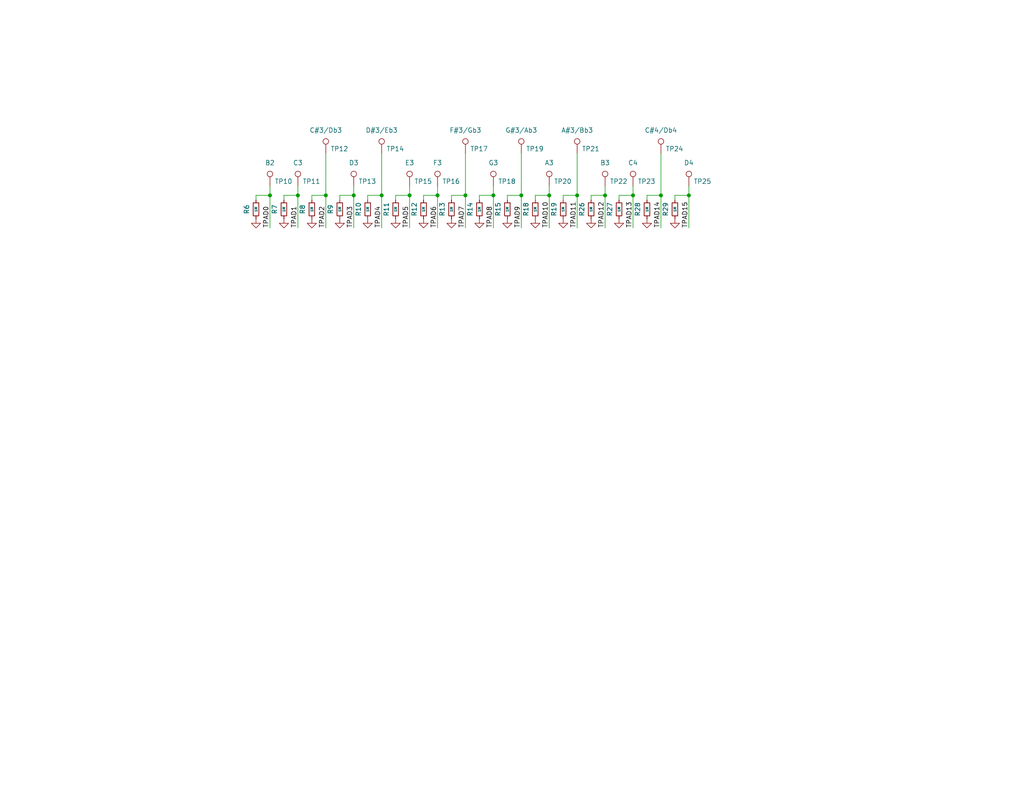
<source format=kicad_sch>
(kicad_sch (version 20231120) (generator "eeschema") (generator_version "8.0")
  (paper "A")
  (title_block (title "pico_synth_sandbox - Touch Keyboard") (date "2024-09-08") (rev "3") (comment 3 "pico-synth-sandbox.dcdalrymple.com") (comment 4 "D Cooper Dalrymple"))
  (lib_symbols
    (symbol "Connector:TestPoint" (pin_numbers hide) (pin_names (offset 0.762) hide)
      (property "Reference" "TP" (at 0 6.858 0))
      (property "Value" "TestPoint" (at 0 5.08 0))
      (symbol "TestPoint_0_1"
        (circle (center 0 3.302) (radius 0.762))
      )
      (symbol "TestPoint_1_1"
        (pin passive line (at 0 0 90) (length 2.54) (name "1") (number "1"))
      )
    )
    (symbol "Device:R_Small" (pin_numbers hide) (pin_names (offset 0.254) hide)
      (property "Reference" "R" (at 0.762 0.508 0))
      (property "Value" "R_Small" (at 0.762 -1.016 0))
      (symbol "R_Small_0_1"
        (rectangle (start -0.762 1.778) (end 0.762 -1.778) (stroke (width 0.2032)))
      )
      (symbol "R_Small_1_1"
        (pin passive line (at 0 2.54 270) (length 0.762) (name "~") (number "1"))
        (pin passive line (at 0 -2.54 90) (length 0.762) (name "~") (number "2"))
      )
    )
    (symbol "power:GND" (power) (pin_numbers hide) (pin_names (offset 0) hide)
      (property "Value" "GND" (at 0 -3.81 0))
      (symbol "GND_0_1"
        (polyline (pts (xy 0 0) (xy 0 -1.27) (xy 1.27 -1.27) (xy 0 -2.54) (xy -1.27 -1.27) (xy 0 -1.27)))
      )
      (symbol "GND_1_1"
        (pin power_in line (at 0 0 270) (length 0) (name "~") (number "1"))
      )
    )
  )
  (junction (at 111.76 53.34))
  (junction (at 187.96 53.34))
  (junction (at 127 53.34))
  (junction (at 157.48 53.34))
  (junction (at 149.86 53.34))
  (junction (at 104.14 53.34))
  (junction (at 180.34 53.34))
  (junction (at 88.9 53.34))
  (junction (at 134.62 53.34))
  (junction (at 81.28 53.34))
  (junction (at 172.72 53.34))
  (junction (at 165.1 53.34))
  (junction (at 142.24 53.34))
  (junction (at 119.38 53.34))
  (junction (at 73.66 53.34))
  (junction (at 96.52 53.34))
  (wire (pts (xy 100.33 53.34) (xy 104.14 53.34)))
  (wire (pts (xy 115.57 53.34) (xy 119.38 53.34)))
  (wire (pts (xy 134.62 53.34) (xy 134.62 62.23)))
  (wire (pts (xy 81.28 53.34) (xy 81.28 62.23)))
  (wire (pts (xy 127 53.34) (xy 127 62.23)))
  (wire (pts (xy 100.33 54.61) (xy 100.33 53.34)))
  (wire (pts (xy 88.9 41.91) (xy 88.9 53.34)))
  (wire (pts (xy 165.1 53.34) (xy 165.1 62.23)))
  (wire (pts (xy 146.05 54.61) (xy 146.05 53.34)))
  (wire (pts (xy 73.66 53.34) (xy 73.66 62.23)))
  (wire (pts (xy 142.24 41.91) (xy 142.24 53.34)))
  (wire (pts (xy 123.19 53.34) (xy 127 53.34)))
  (wire (pts (xy 107.95 53.34) (xy 111.76 53.34)))
  (wire (pts (xy 96.52 50.8) (xy 96.52 53.34)))
  (wire (pts (xy 149.86 50.8) (xy 149.86 53.34)))
  (wire (pts (xy 119.38 53.34) (xy 119.38 62.23)))
  (wire (pts (xy 161.29 53.34) (xy 165.1 53.34)))
  (wire (pts (xy 184.15 53.34) (xy 187.96 53.34)))
  (wire (pts (xy 146.05 53.34) (xy 149.86 53.34)))
  (wire (pts (xy 130.81 54.61) (xy 130.81 53.34)))
  (wire (pts (xy 130.81 53.34) (xy 134.62 53.34)))
  (wire (pts (xy 88.9 53.34) (xy 88.9 62.23)))
  (wire (pts (xy 85.09 53.34) (xy 88.9 53.34)))
  (wire (pts (xy 134.62 50.8) (xy 134.62 53.34)))
  (wire (pts (xy 168.91 53.34) (xy 172.72 53.34)))
  (wire (pts (xy 184.15 54.61) (xy 184.15 53.34)))
  (wire (pts (xy 104.14 53.34) (xy 104.14 62.23)))
  (wire (pts (xy 119.38 50.8) (xy 119.38 53.34)))
  (wire (pts (xy 123.19 54.61) (xy 123.19 53.34)))
  (wire (pts (xy 180.34 41.91) (xy 180.34 53.34)))
  (wire (pts (xy 111.76 50.8) (xy 111.76 53.34)))
  (wire (pts (xy 85.09 54.61) (xy 85.09 53.34)))
  (wire (pts (xy 69.85 53.34) (xy 73.66 53.34)))
  (wire (pts (xy 187.96 50.8) (xy 187.96 53.34)))
  (wire (pts (xy 107.95 54.61) (xy 107.95 53.34)))
  (wire (pts (xy 92.71 54.61) (xy 92.71 53.34)))
  (wire (pts (xy 73.66 50.8) (xy 73.66 53.34)))
  (wire (pts (xy 187.96 53.34) (xy 187.96 62.23)))
  (wire (pts (xy 138.43 54.61) (xy 138.43 53.34)))
  (wire (pts (xy 172.72 50.8) (xy 172.72 53.34)))
  (wire (pts (xy 180.34 53.34) (xy 180.34 62.23)))
  (wire (pts (xy 157.48 53.34) (xy 157.48 62.23)))
  (wire (pts (xy 165.1 50.8) (xy 165.1 53.34)))
  (wire (pts (xy 153.67 54.61) (xy 153.67 53.34)))
  (wire (pts (xy 142.24 53.34) (xy 142.24 62.23)))
  (wire (pts (xy 81.28 50.8) (xy 81.28 53.34)))
  (wire (pts (xy 161.29 54.61) (xy 161.29 53.34)))
  (wire (pts (xy 96.52 53.34) (xy 96.52 62.23)))
  (wire (pts (xy 176.53 53.34) (xy 180.34 53.34)))
  (wire (pts (xy 157.48 41.91) (xy 157.48 53.34)))
  (wire (pts (xy 149.86 53.34) (xy 149.86 62.23)))
  (wire (pts (xy 172.72 53.34) (xy 172.72 62.23)))
  (wire (pts (xy 92.71 53.34) (xy 96.52 53.34)))
  (wire (pts (xy 168.91 54.61) (xy 168.91 53.34)))
  (wire (pts (xy 115.57 54.61) (xy 115.57 53.34)))
  (wire (pts (xy 176.53 54.61) (xy 176.53 53.34)))
  (wire (pts (xy 153.67 53.34) (xy 157.48 53.34)))
  (wire (pts (xy 138.43 53.34) (xy 142.24 53.34)))
  (wire (pts (xy 111.76 53.34) (xy 111.76 62.23)))
  (wire (pts (xy 69.85 54.61) (xy 69.85 53.34)))
  (wire (pts (xy 104.14 41.91) (xy 104.14 53.34)))
  (wire (pts (xy 127 41.91) (xy 127 53.34)))
  (wire (pts (xy 77.47 54.61) (xy 77.47 53.34)))
  (wire (pts (xy 77.47 53.34) (xy 81.28 53.34)))
  (label "TPAD0" (at 73.66 62.23 90))
  (label "TPAD4" (at 104.14 62.23 90))
  (label "TPAD13" (at 172.72 62.23 90))
  (label "TPAD9" (at 142.24 62.23 90))
  (label "TPAD2" (at 88.9 62.23 90))
  (label "TPAD8" (at 134.62 62.23 90))
  (label "TPAD15" (at 187.96 62.23 90))
  (label "TPAD7" (at 127 62.23 90))
  (label "TPAD11" (at 157.48 62.23 90))
  (label "TPAD5" (at 111.76 62.23 90))
  (label "TPAD12" (at 165.1 62.23 90))
  (label "TPAD1" (at 81.28 62.23 90))
  (label "TPAD3" (at 96.52 62.23 90))
  (label "TPAD6" (at 119.38 62.23 90))
  (label "TPAD14" (at 180.34 62.23 90))
  (label "TPAD10" (at 149.86 62.23 90))
  (symbol (lib_id "Connector:TestPoint") (at 149.86 50.8 0) (mirror y) (unit 1)
    (property "Reference" "TP20" (at 151.13 49.53 0) (effects (justify right)))
    (property "Value" "A3" (at 149.86 44.45 0))
    (property "Footprint" "pico_synth_sandbox:CapKeysWhiteMiddle" (effects (hide yes)))
  )
  (symbol (lib_id "power:GND") (at 146.05 59.69 0) (unit 1)
    (property "Reference" "#PWR059" (effects (hide yes)))
    (property "Value" "GND" (effects (hide yes)))
    (property "Description" "Power symbol creates a global label with name \"GND\" , ground" (effects (hide yes)))
  )
  (symbol (lib_id "power:GND") (at 100.33 59.69 0) (unit 1)
    (property "Reference" "#PWR053" (effects (hide yes)))
    (property "Value" "GND" (effects (hide yes)))
    (property "Description" "Power symbol creates a global label with name \"GND\" , ground" (effects (hide yes)))
  )
  (symbol (lib_id "Connector:TestPoint") (at 157.48 41.91 0) (mirror y) (unit 1)
    (property "Reference" "TP21" (at 158.75 40.64 0) (effects (justify right)))
    (property "Value" "A#3/Bb3" (at 157.48 35.56 0))
    (property "Footprint" "pico_synth_sandbox:CapKeysBlack" (effects (hide yes)))
  )
  (symbol (lib_id "Connector:TestPoint") (at 172.72 50.8 0) (mirror y) (unit 1)
    (property "Reference" "TP23" (at 173.99 49.53 0) (effects (justify right)))
    (property "Value" "C4" (at 172.72 44.45 0))
    (property "Footprint" "pico_synth_sandbox:CapKeysWhiteLeft" (effects (hide yes)))
  )
  (symbol (lib_id "Connector:TestPoint") (at 142.24 41.91 0) (mirror y) (unit 1)
    (property "Reference" "TP19" (at 143.51 40.64 0) (effects (justify right)))
    (property "Value" "G#3/Ab3" (at 142.24 35.56 0))
    (property "Footprint" "pico_synth_sandbox:CapKeysBlack" (effects (hide yes)))
  )
  (symbol (lib_id "Connector:TestPoint") (at 119.38 50.8 0) (mirror y) (unit 1)
    (property "Reference" "TP16" (at 120.65 49.53 0) (effects (justify right)))
    (property "Value" "F3" (at 119.38 44.45 0))
    (property "Footprint" "pico_synth_sandbox:CapKeysWhiteLeft" (effects (hide yes)))
  )
  (symbol (lib_id "Device:R_Small") (at 138.43 57.15 0) (mirror x) (unit 1)
    (property "Reference" "R15" (at 135.89 57.15 90))
    (property "Value" "1M" (at 138.43 57.15 90) (effects (font (size 0.635 0.635))))
    (property "Description" "Resistor, small symbol" (effects (hide yes)))
  )
  (symbol (lib_id "Device:R_Small") (at 161.29 57.15 0) (mirror x) (unit 1)
    (property "Reference" "R26" (at 158.75 57.15 90))
    (property "Value" "1M" (at 161.29 57.15 90) (effects (font (size 0.635 0.635))))
    (property "Description" "Resistor, small symbol" (effects (hide yes)))
  )
  (symbol (lib_id "power:GND") (at 77.47 59.69 0) (unit 1)
    (property "Reference" "#PWR050" (effects (hide yes)))
    (property "Value" "GND" (effects (hide yes)))
    (property "Description" "Power symbol creates a global label with name \"GND\" , ground" (effects (hide yes)))
  )
  (symbol (lib_id "Connector:TestPoint") (at 88.9 41.91 0) (mirror y) (unit 1)
    (property "Reference" "TP12" (at 90.17 40.64 0) (effects (justify right)))
    (property "Value" "C#3/Db3" (at 88.9 35.56 0))
    (property "Footprint" "pico_synth_sandbox:CapKeysBlack" (effects (hide yes)))
  )
  (symbol (lib_id "Device:R_Small") (at 115.57 57.15 0) (mirror x) (unit 1)
    (property "Reference" "R12" (at 113.03 57.15 90))
    (property "Value" "1M" (at 115.57 57.15 90) (effects (font (size 0.635 0.635))))
    (property "Description" "Resistor, small symbol" (effects (hide yes)))
  )
  (symbol (lib_id "power:GND") (at 115.57 59.69 0) (unit 1)
    (property "Reference" "#PWR055" (effects (hide yes)))
    (property "Value" "GND" (effects (hide yes)))
    (property "Description" "Power symbol creates a global label with name \"GND\" , ground" (effects (hide yes)))
  )
  (symbol (lib_id "Device:R_Small") (at 168.91 57.15 0) (mirror x) (unit 1)
    (property "Reference" "R27" (at 166.37 57.15 90))
    (property "Value" "1M" (at 168.91 57.15 90) (effects (font (size 0.635 0.635))))
    (property "Description" "Resistor, small symbol" (effects (hide yes)))
  )
  (symbol (lib_id "Device:R_Small") (at 77.47 57.15 0) (mirror x) (unit 1)
    (property "Reference" "R7" (at 74.93 57.15 90))
    (property "Value" "1M" (at 77.47 57.15 90) (effects (font (size 0.635 0.635))))
    (property "Description" "Resistor, small symbol" (effects (hide yes)))
  )
  (symbol (lib_id "Connector:TestPoint") (at 104.14 41.91 0) (mirror y) (unit 1)
    (property "Reference" "TP14" (at 105.41 40.64 0) (effects (justify right)))
    (property "Value" "D#3/Eb3" (at 104.14 35.56 0))
    (property "Footprint" "pico_synth_sandbox:CapKeysBlack" (effects (hide yes)))
  )
  (symbol (lib_id "Device:R_Small") (at 176.53 57.15 0) (mirror x) (unit 1)
    (property "Reference" "R28" (at 173.99 57.15 90))
    (property "Value" "1M" (at 176.53 57.15 90) (effects (font (size 0.635 0.635))))
    (property "Description" "Resistor, small symbol" (effects (hide yes)))
  )
  (symbol (lib_id "Connector:TestPoint") (at 81.28 50.8 0) (mirror y) (unit 1)
    (property "Reference" "TP11" (at 82.55 49.53 0) (effects (justify right)))
    (property "Value" "C3" (at 81.28 44.45 0))
    (property "Footprint" "pico_synth_sandbox:CapKeysWhiteLeft" (effects (hide yes)))
  )
  (symbol (lib_id "Device:R_Small") (at 85.09 57.15 0) (mirror x) (unit 1)
    (property "Reference" "R8" (at 82.55 57.15 90))
    (property "Value" "1M" (at 85.09 57.15 90) (effects (font (size 0.635 0.635))))
    (property "Description" "Resistor, small symbol" (effects (hide yes)))
  )
  (symbol (lib_id "power:GND") (at 184.15 59.69 0) (unit 1)
    (property "Reference" "#PWR062" (effects (hide yes)))
    (property "Value" "GND" (effects (hide yes)))
    (property "Description" "Power symbol creates a global label with name \"GND\" , ground" (effects (hide yes)))
  )
  (symbol (lib_id "power:GND") (at 176.53 59.69 0) (unit 1)
    (property "Reference" "#PWR064" (effects (hide yes)))
    (property "Value" "GND" (effects (hide yes)))
    (property "Description" "Power symbol creates a global label with name \"GND\" , ground" (effects (hide yes)))
  )
  (symbol (lib_id "Connector:TestPoint") (at 96.52 50.8 0) (mirror y) (unit 1)
    (property "Reference" "TP13" (at 97.79 49.53 0) (effects (justify right)))
    (property "Value" "D3" (at 96.52 44.45 0))
    (property "Footprint" "pico_synth_sandbox:CapKeysWhiteMiddle" (effects (hide yes)))
  )
  (symbol (lib_id "Device:R_Small") (at 107.95 57.15 0) (mirror x) (unit 1)
    (property "Reference" "R11" (at 105.41 57.15 90))
    (property "Value" "1M" (at 107.95 57.15 90) (effects (font (size 0.635 0.635))))
    (property "Description" "Resistor, small symbol" (effects (hide yes)))
  )
  (symbol (lib_id "Connector:TestPoint") (at 73.66 50.8 0) (mirror y) (unit 1)
    (property "Reference" "TP10" (at 74.93 49.53 0) (effects (justify right)))
    (property "Value" "B2" (at 73.66 44.45 0))
    (property "Footprint" "pico_synth_sandbox:CapKeysWhite" (effects (hide yes)))
  )
  (symbol (lib_id "power:GND") (at 123.19 59.69 0) (unit 1)
    (property "Reference" "#PWR056" (effects (hide yes)))
    (property "Value" "GND" (effects (hide yes)))
    (property "Description" "Power symbol creates a global label with name \"GND\" , ground" (effects (hide yes)))
  )
  (symbol (lib_id "Device:R_Small") (at 184.15 57.15 0) (mirror x) (unit 1)
    (property "Reference" "R29" (at 181.61 57.15 90))
    (property "Value" "1M" (at 184.15 57.15 90) (effects (font (size 0.635 0.635))))
    (property "Description" "Resistor, small symbol" (effects (hide yes)))
  )
  (symbol (lib_id "power:GND") (at 92.71 59.69 0) (unit 1)
    (property "Reference" "#PWR052" (effects (hide yes)))
    (property "Value" "GND" (effects (hide yes)))
    (property "Description" "Power symbol creates a global label with name \"GND\" , ground" (effects (hide yes)))
  )
  (symbol (lib_id "power:GND") (at 85.09 59.69 0) (unit 1)
    (property "Reference" "#PWR051" (effects (hide yes)))
    (property "Value" "GND" (effects (hide yes)))
    (property "Description" "Power symbol creates a global label with name \"GND\" , ground" (effects (hide yes)))
  )
  (symbol (lib_id "Device:R_Small") (at 153.67 57.15 0) (mirror x) (unit 1)
    (property "Reference" "R19" (at 151.13 57.15 90))
    (property "Value" "1M" (at 153.67 57.15 90) (effects (font (size 0.635 0.635))))
    (property "Description" "Resistor, small symbol" (effects (hide yes)))
  )
  (symbol (lib_id "Device:R_Small") (at 123.19 57.15 0) (mirror x) (unit 1)
    (property "Reference" "R13" (at 120.65 57.15 90))
    (property "Value" "1M" (at 123.19 57.15 90) (effects (font (size 0.635 0.635))))
    (property "Description" "Resistor, small symbol" (effects (hide yes)))
  )
  (symbol (lib_id "power:GND") (at 161.29 59.69 0) (unit 1)
    (property "Reference" "#PWR066" (effects (hide yes)))
    (property "Value" "GND" (effects (hide yes)))
    (property "Description" "Power symbol creates a global label with name \"GND\" , ground" (effects (hide yes)))
  )
  (symbol (lib_id "Connector:TestPoint") (at 134.62 50.8 0) (mirror y) (unit 1)
    (property "Reference" "TP18" (at 135.89 49.53 0) (effects (justify right)))
    (property "Value" "G3" (at 134.62 44.45 0))
    (property "Footprint" "pico_synth_sandbox:CapKeysWhiteMiddle" (effects (hide yes)))
  )
  (symbol (lib_id "power:GND") (at 153.67 59.69 0) (unit 1)
    (property "Reference" "#PWR061" (effects (hide yes)))
    (property "Value" "GND" (effects (hide yes)))
    (property "Description" "Power symbol creates a global label with name \"GND\" , ground" (effects (hide yes)))
  )
  (symbol (lib_id "power:GND") (at 107.95 59.69 0) (unit 1)
    (property "Reference" "#PWR054" (effects (hide yes)))
    (property "Value" "GND" (effects (hide yes)))
    (property "Description" "Power symbol creates a global label with name \"GND\" , ground" (effects (hide yes)))
  )
  (symbol (lib_id "power:GND") (at 69.85 59.69 0) (unit 1)
    (property "Reference" "#PWR049" (effects (hide yes)))
    (property "Value" "GND" (effects (hide yes)))
    (property "Description" "Power symbol creates a global label with name \"GND\" , ground" (effects (hide yes)))
  )
  (symbol (lib_id "Connector:TestPoint") (at 187.96 50.8 0) (mirror y) (unit 1)
    (property "Reference" "TP25" (at 189.23 49.53 0) (effects (justify right)))
    (property "Value" "D4" (at 187.96 44.45 0))
    (property "Footprint" "pico_synth_sandbox:CapKeysWhiteRight" (effects (hide yes)))
  )
  (symbol (lib_id "power:GND") (at 130.81 59.69 0) (unit 1)
    (property "Reference" "#PWR057" (effects (hide yes)))
    (property "Value" "GND" (effects (hide yes)))
    (property "Description" "Power symbol creates a global label with name \"GND\" , ground" (effects (hide yes)))
  )
  (symbol (lib_id "Device:R_Small") (at 130.81 57.15 0) (mirror x) (unit 1)
    (property "Reference" "R14" (at 128.27 57.15 90))
    (property "Value" "1M" (at 130.81 57.15 90) (effects (font (size 0.635 0.635))))
    (property "Description" "Resistor, small symbol" (effects (hide yes)))
  )
  (symbol (lib_id "Device:R_Small") (at 69.85 57.15 0) (mirror x) (unit 1)
    (property "Reference" "R6" (at 67.31 57.15 90))
    (property "Value" "1M" (at 69.85 57.15 90) (effects (font (size 0.635 0.635))))
    (property "Description" "Resistor, small symbol" (effects (hide yes)))
  )
  (symbol (lib_id "Connector:TestPoint") (at 127 41.91 0) (mirror y) (unit 1)
    (property "Reference" "TP17" (at 128.27 40.64 0) (effects (justify right)))
    (property "Value" "F#3/Gb3" (at 127 35.56 0))
    (property "Footprint" "pico_synth_sandbox:CapKeysBlack" (effects (hide yes)))
  )
  (symbol (lib_id "Connector:TestPoint") (at 111.76 50.8 0) (mirror y) (unit 1)
    (property "Reference" "TP15" (at 113.03 49.53 0) (effects (justify right)))
    (property "Value" "E3" (at 111.76 44.45 0))
    (property "Footprint" "pico_synth_sandbox:CapKeysWhiteRight" (effects (hide yes)))
  )
  (symbol (lib_id "power:GND") (at 168.91 59.69 0) (unit 1)
    (property "Reference" "#PWR065" (effects (hide yes)))
    (property "Value" "GND" (effects (hide yes)))
    (property "Description" "Power symbol creates a global label with name \"GND\" , ground" (effects (hide yes)))
  )
  (symbol (lib_id "Device:R_Small") (at 92.71 57.15 0) (mirror x) (unit 1)
    (property "Reference" "R9" (at 90.17 57.15 90))
    (property "Value" "1M" (at 92.71 57.15 90) (effects (font (size 0.635 0.635))))
    (property "Description" "Resistor, small symbol" (effects (hide yes)))
  )
  (symbol (lib_id "Connector:TestPoint") (at 180.34 41.91 0) (mirror y) (unit 1)
    (property "Reference" "TP24" (at 181.61 40.64 0) (effects (justify right)))
    (property "Value" "C#4/Db4" (at 180.34 35.56 0))
    (property "Footprint" "pico_synth_sandbox:CapKeysBlack" (effects (hide yes)))
  )
  (symbol (lib_id "power:GND") (at 138.43 59.69 0) (unit 1)
    (property "Reference" "#PWR058" (effects (hide yes)))
    (property "Value" "GND" (effects (hide yes)))
    (property "Description" "Power symbol creates a global label with name \"GND\" , ground" (effects (hide yes)))
  )
  (symbol (lib_id "Device:R_Small") (at 100.33 57.15 0) (mirror x) (unit 1)
    (property "Reference" "R10" (at 97.79 57.15 90))
    (property "Value" "1M" (at 100.33 57.15 90) (effects (font (size 0.635 0.635))))
    (property "Description" "Resistor, small symbol" (effects (hide yes)))
  )
  (symbol (lib_id "Device:R_Small") (at 146.05 57.15 0) (mirror x) (unit 1)
    (property "Reference" "R18" (at 143.51 57.15 90))
    (property "Value" "1M" (at 146.05 57.15 90) (effects (font (size 0.635 0.635))))
    (property "Description" "Resistor, small symbol" (effects (hide yes)))
  )
  (symbol (lib_id "Connector:TestPoint") (at 165.1 50.8 0) (mirror y) (unit 1)
    (property "Reference" "TP22" (at 166.37 49.53 0) (effects (justify right)))
    (property "Value" "B3" (at 165.1 44.45 0))
    (property "Footprint" "pico_synth_sandbox:CapKeysWhiteRight" (effects (hide yes)))
  )
)
</source>
